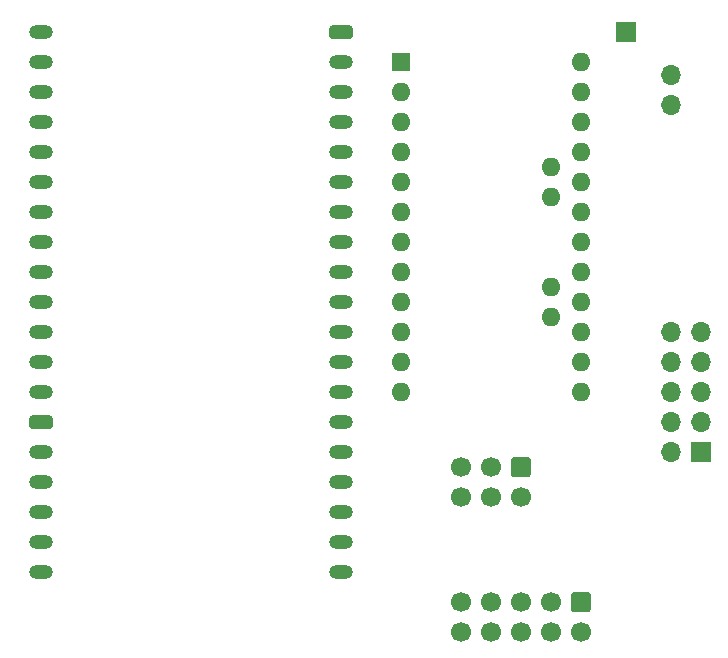
<source format=gbr>
%TF.GenerationSoftware,KiCad,Pcbnew,5.1.9+dfsg1-1*%
%TF.CreationDate,2022-02-22T21:23:52+01:00*%
%TF.ProjectId,PCB,5043422e-6b69-4636-9164-5f7063625858,rev?*%
%TF.SameCoordinates,Original*%
%TF.FileFunction,Soldermask,Bot*%
%TF.FilePolarity,Negative*%
%FSLAX46Y46*%
G04 Gerber Fmt 4.6, Leading zero omitted, Abs format (unit mm)*
G04 Created by KiCad (PCBNEW 5.1.9+dfsg1-1) date 2022-02-22 21:23:52*
%MOMM*%
%LPD*%
G01*
G04 APERTURE LIST*
%ADD10O,1.600000X1.600000*%
%ADD11R,1.600000X1.600000*%
%ADD12O,2.000000X1.200000*%
%ADD13R,1.700000X1.700000*%
%ADD14O,1.700000X1.700000*%
%ADD15C,1.700000*%
G04 APERTURE END LIST*
D10*
%TO.C,U2*%
X105410000Y-43180000D03*
X105410000Y-40640000D03*
X105410000Y-33020000D03*
X105410000Y-30480000D03*
X107950000Y-21590000D03*
X107950000Y-24130000D03*
X107950000Y-26670000D03*
X92710000Y-49530000D03*
X107950000Y-29210000D03*
X92710000Y-46990000D03*
X107950000Y-31750000D03*
X92710000Y-44450000D03*
X107950000Y-34290000D03*
X92710000Y-41910000D03*
X107950000Y-36830000D03*
X92710000Y-39370000D03*
X107950000Y-39370000D03*
X92710000Y-36830000D03*
X107950000Y-41910000D03*
X92710000Y-34290000D03*
X107950000Y-44450000D03*
X92710000Y-31750000D03*
X107950000Y-46990000D03*
X92710000Y-29210000D03*
X107950000Y-49530000D03*
X92710000Y-26670000D03*
X92710000Y-24130000D03*
D11*
X92710000Y-21590000D03*
%TD*%
%TO.C,U1*%
G36*
G01*
X86933680Y-18452720D02*
X88333680Y-18452720D01*
G75*
G02*
X88633680Y-18752720I0J-300000D01*
G01*
X88633680Y-19352720D01*
G75*
G02*
X88333680Y-19652720I-300000J0D01*
G01*
X86933680Y-19652720D01*
G75*
G02*
X86633680Y-19352720I0J300000D01*
G01*
X86633680Y-18752720D01*
G75*
G02*
X86933680Y-18452720I300000J0D01*
G01*
G37*
D12*
X87633680Y-21592720D03*
X87633680Y-24132720D03*
X87633680Y-26672720D03*
X87633680Y-29212720D03*
X87633680Y-31752720D03*
X87633680Y-34292720D03*
X87633680Y-36832720D03*
X87633680Y-39372720D03*
X87633680Y-41912720D03*
X87633680Y-44452720D03*
X87633680Y-46992720D03*
X87633680Y-49532720D03*
X87633680Y-52072720D03*
X87633680Y-54612720D03*
X87633680Y-57152720D03*
X87633680Y-59692720D03*
X87630000Y-62230000D03*
X87630000Y-64770000D03*
X62233680Y-64772720D03*
X62233680Y-62232720D03*
X62233680Y-59692720D03*
X62233680Y-57152720D03*
X62233680Y-54612720D03*
G36*
G01*
X61533680Y-51472720D02*
X62933680Y-51472720D01*
G75*
G02*
X63233680Y-51772720I0J-300000D01*
G01*
X63233680Y-52372720D01*
G75*
G02*
X62933680Y-52672720I-300000J0D01*
G01*
X61533680Y-52672720D01*
G75*
G02*
X61233680Y-52372720I0J300000D01*
G01*
X61233680Y-51772720D01*
G75*
G02*
X61533680Y-51472720I300000J0D01*
G01*
G37*
X62233680Y-49532720D03*
X62233680Y-46992720D03*
X62233680Y-44452720D03*
X62233680Y-41912720D03*
X62233680Y-39372720D03*
X62233680Y-36832720D03*
X62233680Y-34292720D03*
X62233680Y-31752720D03*
X62233680Y-29212720D03*
X62233680Y-26672720D03*
X62233680Y-24132720D03*
X62233680Y-21592720D03*
X62233680Y-19052720D03*
%TD*%
D13*
%TO.C,J3*%
X118110000Y-54610000D03*
D14*
X115570000Y-54610000D03*
X118110000Y-52070000D03*
X115570000Y-52070000D03*
X118110000Y-49530000D03*
X115570000Y-49530000D03*
X118110000Y-46990000D03*
X115570000Y-46990000D03*
X118110000Y-44450000D03*
X115570000Y-44450000D03*
X115570000Y-25210000D03*
X115570000Y-22670000D03*
%TD*%
%TO.C,J2*%
G36*
G01*
X107350000Y-66460000D02*
X108550000Y-66460000D01*
G75*
G02*
X108800000Y-66710000I0J-250000D01*
G01*
X108800000Y-67910000D01*
G75*
G02*
X108550000Y-68160000I-250000J0D01*
G01*
X107350000Y-68160000D01*
G75*
G02*
X107100000Y-67910000I0J250000D01*
G01*
X107100000Y-66710000D01*
G75*
G02*
X107350000Y-66460000I250000J0D01*
G01*
G37*
D15*
X105410000Y-67310000D03*
X102870000Y-67310000D03*
X100330000Y-67310000D03*
X97790000Y-67310000D03*
X107950000Y-69850000D03*
X105410000Y-69850000D03*
X102870000Y-69850000D03*
X100330000Y-69850000D03*
X97790000Y-69850000D03*
%TD*%
%TO.C,J1*%
X97790000Y-58420000D03*
X100330000Y-58420000D03*
X102870000Y-58420000D03*
X97790000Y-55880000D03*
X100330000Y-55880000D03*
G36*
G01*
X102270000Y-55030000D02*
X103470000Y-55030000D01*
G75*
G02*
X103720000Y-55280000I0J-250000D01*
G01*
X103720000Y-56480000D01*
G75*
G02*
X103470000Y-56730000I-250000J0D01*
G01*
X102270000Y-56730000D01*
G75*
G02*
X102020000Y-56480000I0J250000D01*
G01*
X102020000Y-55280000D01*
G75*
G02*
X102270000Y-55030000I250000J0D01*
G01*
G37*
%TD*%
D13*
%TO.C,AE1*%
X111760000Y-19050000D03*
%TD*%
M02*

</source>
